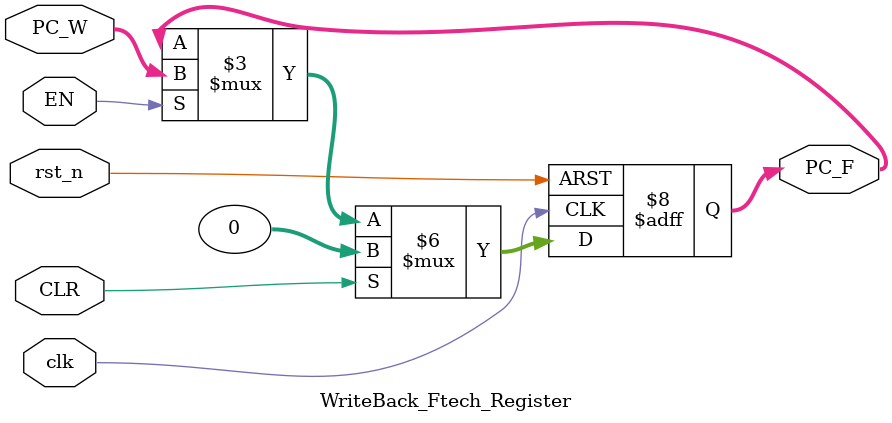
<source format=v>
`timescale 1ns / 1ps 
module WriteBack_Ftech_Register #(
	parameter WIDTH_5 = 5 ,
	parameter WIDTH_32 = 32 
	)(

	input wire 		  clk , rst_n  , EN , CLR ,
	input wire [WIDTH_32-1:0] PC_W  ,

	output reg [WIDTH_32-1:0] PC_F 
	);

always @(posedge clk or negedge rst_n) begin
	if (!rst_n) begin
		PC_F <= 32'd0 ;
	end
	else begin
		if (CLR) begin 
			PC_F <= 32'd0 ;
		end 
		else if (EN) begin 
			PC_F <= PC_W ;
		end 
	end
end

endmodule 
</source>
